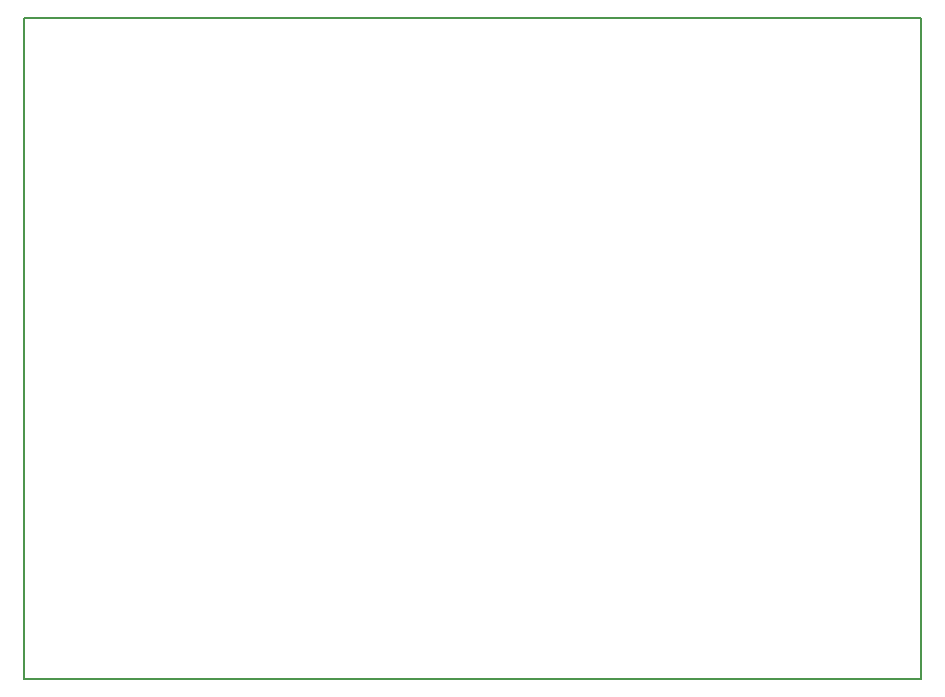
<source format=gbr>
G04 #@! TF.FileFunction,Other,User*
%FSLAX46Y46*%
G04 Gerber Fmt 4.6, Leading zero omitted, Abs format (unit mm)*
G04 Created by KiCad (PCBNEW 4.0.2-stable) date 06/11/2017 10:09:17*
%MOMM*%
G01*
G04 APERTURE LIST*
%ADD10C,0.100000*%
%ADD11C,0.200000*%
G04 APERTURE END LIST*
D10*
D11*
X146000000Y-152000000D02*
X222000000Y-152000000D01*
X146000000Y-208000000D02*
X146000000Y-152000000D01*
X222000000Y-208000000D02*
X146000000Y-208000000D01*
X222000000Y-152000000D02*
X222000000Y-208000000D01*
M02*

</source>
